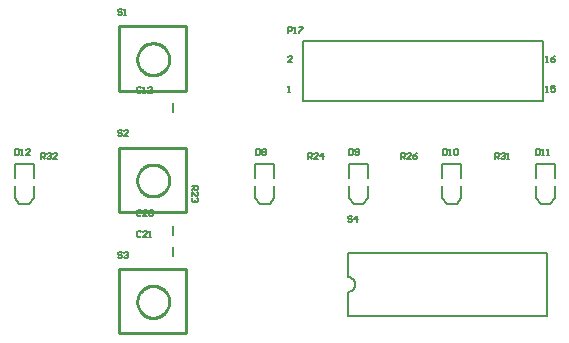
<source format=gto>
%FSDAX24Y24*%
%MOIN*%
%SFA1B1*%

%IPPOS*%
%ADD10C,0.010000*%
%ADD11C,0.007870*%
%ADD12C,0.005000*%
%LNpcb_controlboard-1*%
%LPD*%
G54D10*
X006531Y009800D02*
D01*
X006530Y009837*
X006526Y009873*
X006519Y009910*
X006510Y009946*
X006499Y009981*
X006485Y010016*
X006469Y010049*
X006450Y010081*
X006429Y010112*
X006407Y010141*
X006382Y010169*
X006355Y010194*
X006327Y010218*
X006297Y010240*
X006265Y010260*
X006232Y010277*
X006199Y010292*
X006164Y010305*
X006128Y010315*
X006092Y010323*
X006055Y010328*
X006018Y010331*
X005981*
X005944Y010328*
X005907Y010323*
X005871Y010315*
X005835Y010305*
X005800Y010292*
X005767Y010277*
X005734Y010260*
X005702Y010240*
X005672Y010218*
X005644Y010194*
X005617Y010169*
X005592Y010141*
X005570Y010112*
X005549Y010081*
X005530Y010049*
X005514Y010016*
X005500Y009981*
X005489Y009946*
X005480Y009910*
X005473Y009873*
X005469Y009837*
X005468Y009800*
X005469Y009762*
X005473Y009726*
X005480Y009689*
X005489Y009653*
X005500Y009618*
X005514Y009583*
X005530Y009550*
X005549Y009518*
X005570Y009487*
X005592Y009458*
X005617Y009430*
X005644Y009405*
X005672Y009381*
X005702Y009359*
X005734Y009339*
X005767Y009322*
X005800Y009307*
X005835Y009294*
X005871Y009284*
X005907Y009276*
X005944Y009271*
X005981Y009268*
X006018*
X006055Y009271*
X006092Y009276*
X006128Y009284*
X006164Y009294*
X006199Y009307*
X006232Y009322*
X006265Y009339*
X006297Y009359*
X006327Y009381*
X006355Y009405*
X006382Y009430*
X006407Y009458*
X006429Y009487*
X006450Y009518*
X006469Y009550*
X006485Y009583*
X006499Y009618*
X006510Y009653*
X006519Y009689*
X006526Y009726*
X006530Y009762*
X006531Y009800*
Y005757D02*
D01*
X006530Y005794*
X006526Y005831*
X006519Y005867*
X006510Y005903*
X006499Y005938*
X006485Y005973*
X006469Y006006*
X006450Y006038*
X006429Y006069*
X006407Y006098*
X006382Y006126*
X006355Y006152*
X006327Y006175*
X006297Y006197*
X006265Y006217*
X006232Y006234*
X006199Y006249*
X006164Y006262*
X006128Y006272*
X006092Y006280*
X006055Y006285*
X006018Y006288*
X005981*
X005944Y006285*
X005907Y006280*
X005871Y006272*
X005835Y006262*
X005800Y006249*
X005767Y006234*
X005734Y006217*
X005702Y006197*
X005672Y006175*
X005644Y006152*
X005617Y006126*
X005592Y006098*
X005570Y006069*
X005549Y006038*
X005530Y006006*
X005514Y005973*
X005500Y005938*
X005489Y005903*
X005480Y005867*
X005473Y005831*
X005469Y005794*
X005468Y005757*
X005469Y005720*
X005473Y005683*
X005480Y005646*
X005489Y005610*
X005500Y005575*
X005514Y005540*
X005530Y005507*
X005549Y005475*
X005570Y005444*
X005592Y005415*
X005617Y005387*
X005644Y005362*
X005672Y005338*
X005702Y005316*
X005734Y005296*
X005767Y005279*
X005800Y005264*
X005835Y005251*
X005871Y005241*
X005907Y005233*
X005944Y005228*
X005981Y005225*
X006018*
X006055Y005228*
X006092Y005233*
X006128Y005241*
X006164Y005251*
X006199Y005264*
X006232Y005279*
X006265Y005296*
X006297Y005316*
X006327Y005338*
X006355Y005362*
X006382Y005387*
X006407Y005415*
X006429Y005444*
X006450Y005475*
X006469Y005507*
X006485Y005540*
X006499Y005575*
X006510Y005610*
X006519Y005646*
X006526Y005683*
X006530Y005720*
X006531Y005757*
Y001714D02*
D01*
X006530Y001751*
X006526Y001788*
X006519Y001824*
X006510Y001860*
X006499Y001895*
X006485Y001930*
X006469Y001963*
X006450Y001995*
X006429Y002026*
X006407Y002055*
X006382Y002083*
X006355Y002109*
X006327Y002133*
X006297Y002154*
X006265Y002174*
X006232Y002191*
X006199Y002206*
X006164Y002219*
X006128Y002229*
X006092Y002237*
X006055Y002242*
X006018Y002245*
X005981*
X005944Y002242*
X005907Y002237*
X005871Y002229*
X005835Y002219*
X005800Y002206*
X005767Y002191*
X005734Y002174*
X005702Y002154*
X005672Y002133*
X005644Y002109*
X005617Y002083*
X005592Y002055*
X005570Y002026*
X005549Y001995*
X005530Y001963*
X005514Y001930*
X005500Y001895*
X005489Y001860*
X005480Y001824*
X005473Y001788*
X005469Y001751*
X005468Y001714*
X005469Y001677*
X005473Y001640*
X005480Y001603*
X005489Y001567*
X005500Y001532*
X005514Y001498*
X005530Y001464*
X005549Y001432*
X005570Y001401*
X005592Y001372*
X005617Y001344*
X005644Y001319*
X005672Y001295*
X005702Y001273*
X005734Y001253*
X005767Y001236*
X005800Y001221*
X005835Y001208*
X005871Y001198*
X005907Y001190*
X005944Y001185*
X005981Y001183*
X006018*
X006055Y001185*
X006092Y001190*
X006128Y001198*
X006164Y001208*
X006199Y001221*
X006232Y001236*
X006265Y001253*
X006297Y001273*
X006327Y001295*
X006355Y001319*
X006382Y001344*
X006407Y001372*
X006429Y001401*
X006450Y001432*
X006469Y001464*
X006485Y001498*
X006499Y001532*
X006510Y001567*
X006519Y001603*
X006526Y001640*
X006530Y001677*
X006531Y001714*
X007100Y008750D02*
Y010900D01*
X004850D02*
X007100D01*
X004850Y008750D02*
Y010900D01*
Y008750D02*
X007100D01*
Y004707D02*
Y006857D01*
X004850D02*
X007100D01*
X004850Y004707D02*
Y006857D01*
Y004707D02*
X007100D01*
Y000664D02*
Y002814D01*
X004850D02*
X007100D01*
X004850Y000664D02*
Y002814D01*
Y000664D02*
X007100D01*
G54D11*
X012481Y002050D02*
D01*
X012498Y002050*
X012515Y002052*
X012533Y002055*
X012550Y002059*
X012566Y002065*
X012582Y002071*
X012598Y002079*
X012613Y002087*
X012628Y002097*
X012641Y002108*
X012654Y002120*
X012666Y002132*
X012678Y002146*
X012688Y002160*
X012697Y002175*
X012705Y002190*
X012712Y002206*
X012718Y002222*
X012723Y002239*
X012727Y002256*
X012729Y002273*
X012730Y002291*
Y002308*
X012729Y002326*
X012727Y002343*
X012723Y002360*
X012718Y002377*
X012712Y002393*
X012705Y002409*
X012697Y002425*
X012688Y002439*
X012678Y002453*
X012666Y002467*
X012654Y002479*
X012641Y002491*
X012628Y002502*
X012613Y002512*
X012598Y002520*
X012582Y002528*
X012566Y002534*
X012550Y002540*
X012533Y002544*
X012515Y002547*
X012498Y002549*
X012481Y002550*
X015642Y005837D02*
Y006310D01*
X016272Y005837D02*
Y006310D01*
X015642D02*
X016272D01*
X015799Y004971D02*
X016114D01*
X015642Y005168D02*
Y005562D01*
X016114Y004971D02*
X016272Y005168D01*
X015642D02*
X015799Y004971D01*
X016272Y005168D02*
Y005562D01*
X018759Y005837D02*
Y006310D01*
X019389Y005837D02*
Y006310D01*
X018759D02*
X019389D01*
X018917Y004971D02*
X019232D01*
X018759Y005168D02*
Y005562D01*
X019232Y004971D02*
X019389Y005168D01*
X018759D02*
X018917Y004971D01*
X019389Y005168D02*
Y005562D01*
X009406Y005837D02*
Y006310D01*
X010036Y005837D02*
Y006310D01*
X009406D02*
X010036D01*
X009563Y004971D02*
X009878D01*
X009406Y005168D02*
Y005562D01*
X009878Y004971D02*
X010036Y005168D01*
X009406D02*
X009563Y004971D01*
X010036Y005168D02*
Y005562D01*
X012524Y005837D02*
Y006310D01*
X013154Y005837D02*
Y006310D01*
X012524D02*
X013154D01*
X012681Y004971D02*
X012996D01*
X012524Y005168D02*
Y005562D01*
X012996Y004971D02*
X013154Y005168D01*
X012524D02*
X012681Y004971D01*
X013154Y005168D02*
Y005562D01*
X006669Y008042D02*
Y008357D01*
Y003942D02*
Y004257D01*
Y003242D02*
Y003557D01*
X019000Y008400D02*
Y010400D01*
X011000Y008400D02*
Y010400D01*
Y008400D02*
X019000D01*
X011000Y010400D02*
X019000D01*
X012481Y001256D02*
Y002050D01*
Y002550D02*
Y003343D01*
X019111Y001256D02*
Y003343D01*
X012481Y001256D02*
X019111D01*
X012481Y003343D02*
X019111D01*
X001385Y005837D02*
Y006310D01*
X002015Y005837D02*
Y006310D01*
X001385D02*
X002015D01*
X001542Y004971D02*
X001857D01*
X001385Y005168D02*
Y005562D01*
X001857Y004971D02*
X002015Y005168D01*
X001385D02*
X001542Y004971D01*
X002015Y005168D02*
Y005562D01*
G54D12*
X010633Y009700D02*
X010500D01*
X010633Y009833*
Y009866*
X010600Y009899*
X010533*
X010500Y009866*
Y008700D02*
X010566D01*
X010533*
Y008899*
X010500Y008866*
X019100Y008700D02*
X019166D01*
X019133*
Y008899*
X019100Y008866*
X019399Y008899D02*
X019266D01*
Y008800*
X019333Y008833*
X019366*
X019399Y008800*
Y008733*
X019366Y008700*
X019299*
X019266Y008733*
X019100Y009700D02*
X019166D01*
X019133*
Y009899*
X019100Y009866*
X019399Y009899D02*
X019333Y009866D01*
X019266Y009800*
Y009733*
X019299Y009700*
X019366*
X019399Y009733*
Y009766*
X019366Y009800*
X019266*
X012623Y004556D02*
X012590Y004589D01*
X012523*
X012490Y004556*
Y004523*
X012523Y004490*
X012590*
X012623Y004456*
Y004423*
X012590Y004390*
X012523*
X012490Y004423*
X012789Y004390D02*
Y004589D01*
X012689Y004490*
X012823*
X004953Y003356D02*
X004920Y003389D01*
X004853*
X004820Y003356*
Y003323*
X004853Y003290*
X004920*
X004953Y003256*
Y003223*
X004920Y003190*
X004853*
X004820Y003223*
X005019Y003356D02*
X005053Y003389D01*
X005119*
X005153Y003356*
Y003323*
X005119Y003290*
X005086*
X005119*
X005153Y003256*
Y003223*
X005119Y003190*
X005053*
X005019Y003223*
X004953Y007396D02*
X004920Y007429D01*
X004853*
X004820Y007396*
Y007363*
X004853Y007330*
X004920*
X004953Y007296*
Y007263*
X004920Y007230*
X004853*
X004820Y007263*
X005153Y007230D02*
X005019D01*
X005153Y007363*
Y007396*
X005119Y007429*
X005053*
X005019Y007396*
X004953Y011446D02*
X004920Y011479D01*
X004853*
X004820Y011446*
Y011413*
X004853Y011380*
X004920*
X004953Y011346*
Y011313*
X004920Y011280*
X004853*
X004820Y011313*
X005019Y011280D02*
X005086D01*
X005053*
Y011479*
X005019Y011446*
X002260Y006490D02*
Y006689D01*
X002360*
X002393Y006656*
Y006590*
X002360Y006556*
X002260*
X002326D02*
X002393Y006490D01*
X002459Y006656D02*
X002493Y006689D01*
X002559*
X002593Y006656*
Y006623*
X002559Y006590*
X002526*
X002559*
X002593Y006556*
Y006523*
X002559Y006490*
X002493*
X002459Y006523*
X002793Y006490D02*
X002659D01*
X002793Y006623*
Y006656*
X002759Y006689*
X002693*
X002659Y006656*
X017390Y006490D02*
Y006689D01*
X017490*
X017523Y006656*
Y006590*
X017490Y006556*
X017390*
X017456D02*
X017523Y006490D01*
X017589Y006656D02*
X017623Y006689D01*
X017689*
X017723Y006656*
Y006623*
X017689Y006590*
X017656*
X017689*
X017723Y006556*
Y006523*
X017689Y006490*
X017623*
X017589Y006523*
X017789Y006490D02*
X017856D01*
X017823*
Y006689*
X017789Y006656*
X014260Y006490D02*
Y006689D01*
X014360*
X014393Y006656*
Y006590*
X014360Y006556*
X014260*
X014326D02*
X014393Y006490D01*
X014593D02*
X014459D01*
X014593Y006623*
Y006656*
X014559Y006689*
X014493*
X014459Y006656*
X014793Y006689D02*
X014726Y006656D01*
X014659Y006590*
Y006523*
X014693Y006490*
X014759*
X014793Y006523*
Y006556*
X014759Y006590*
X014659*
X011160Y006490D02*
Y006689D01*
X011260*
X011293Y006656*
Y006590*
X011260Y006556*
X011160*
X011226D02*
X011293Y006490D01*
X011493D02*
X011359D01*
X011493Y006623*
Y006656*
X011459Y006689*
X011393*
X011359Y006656*
X011659Y006490D02*
Y006689D01*
X011559Y006590*
X011693*
X007300Y005566D02*
X007500D01*
Y005466*
X007466Y005433*
X007400*
X007366Y005466*
Y005566*
Y005499D02*
X007300Y005433D01*
Y005233D02*
Y005366D01*
X007433Y005233*
X007466*
X007500Y005266*
Y005333*
X007466Y005366*
Y005166D02*
X007500Y005133D01*
Y005066*
X007466Y005033*
X007433*
X007400Y005066*
Y005100*
Y005066*
X007366Y005033*
X007333*
X007300Y005066*
Y005133*
X007333Y005166*
X010500Y010690D02*
Y010889D01*
X010600*
X010633Y010856*
Y010790*
X010600Y010756*
X010500*
X010699Y010690D02*
X010766D01*
X010733*
Y010889*
X010699Y010856*
X010866Y010889D02*
X010999D01*
Y010856*
X010866Y010723*
Y010690*
X001400Y006799D02*
Y006600D01*
X001500*
X001533Y006633*
Y006766*
X001500Y006799*
X001400*
X001599Y006600D02*
X001666D01*
X001633*
Y006799*
X001599Y006766*
X001899Y006600D02*
X001766D01*
X001899Y006733*
Y006766*
X001866Y006799*
X001799*
X001766Y006766*
X018770Y006799D02*
Y006600D01*
X018870*
X018903Y006633*
Y006766*
X018870Y006799*
X018770*
X018969Y006600D02*
X019036D01*
X019003*
Y006799*
X018969Y006766*
X019136Y006600D02*
X019203D01*
X019169*
Y006799*
X019136Y006766*
X015650Y006799D02*
Y006600D01*
X015750*
X015783Y006633*
Y006766*
X015750Y006799*
X015650*
X015849Y006600D02*
X015916D01*
X015883*
Y006799*
X015849Y006766*
X016016D02*
X016049Y006799D01*
X016116*
X016149Y006766*
Y006633*
X016116Y006600*
X016049*
X016016Y006633*
Y006766*
X012530Y006799D02*
Y006600D01*
X012630*
X012663Y006633*
Y006766*
X012630Y006799*
X012530*
X012729Y006633D02*
X012763Y006600D01*
X012829*
X012863Y006633*
Y006766*
X012829Y006799*
X012763*
X012729Y006766*
Y006733*
X012763Y006700*
X012863*
X009420Y006799D02*
Y006600D01*
X009520*
X009553Y006633*
Y006766*
X009520Y006799*
X009420*
X009619Y006766D02*
X009653Y006799D01*
X009719*
X009753Y006766*
Y006733*
X009719Y006700*
X009753Y006666*
Y006633*
X009719Y006600*
X009653*
X009619Y006633*
Y006666*
X009653Y006700*
X009619Y006733*
Y006766*
X009653Y006700D02*
X009719D01*
X005593Y004056D02*
X005560Y004089D01*
X005493*
X005460Y004056*
Y003923*
X005493Y003890*
X005560*
X005593Y003923*
X005793Y003890D02*
X005659D01*
X005793Y004023*
Y004056*
X005759Y004089*
X005693*
X005659Y004056*
X005859Y003890D02*
X005926D01*
X005893*
Y004089*
X005859Y004056*
X005593Y004756D02*
X005560Y004789D01*
X005493*
X005460Y004756*
Y004623*
X005493Y004590*
X005560*
X005593Y004623*
X005793Y004590D02*
X005659D01*
X005793Y004723*
Y004756*
X005759Y004789*
X005693*
X005659Y004756*
X005859D02*
X005893Y004789D01*
X005959*
X005993Y004756*
Y004623*
X005959Y004590*
X005893*
X005859Y004623*
Y004756*
X005593Y008856D02*
X005560Y008889D01*
X005493*
X005460Y008856*
Y008723*
X005493Y008690*
X005560*
X005593Y008723*
X005659Y008690D02*
X005726D01*
X005693*
Y008889*
X005659Y008856*
X005959Y008690D02*
X005826D01*
X005959Y008823*
Y008856*
X005926Y008889*
X005859*
X005826Y008856*
M02*
</source>
